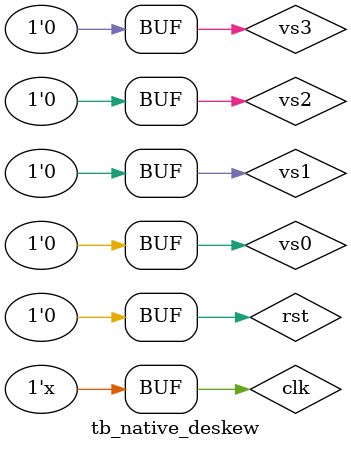
<source format=v>
`timescale 1ns / 1ps


module tb_native_deskew(

    );
    
    reg clk =0;
    reg rst = 0;
reg vs0,vs1,vs2,vs3; 
wire [3:0] vs_o;
wire [3:0] hs_o;
wire [3:0] de_o;

wire [31:0] r_o;
wire [31:0] g_o;
wire [31:0] b_o;

native_deskew
    #(.C_LANE_NUM(4), 
      .C_PORT_NUM(4))
    uut
(
.PCLK_I(clk),
.PRST_I(rst),
.VS_I(564547),
.HS_I(34252532),
.DE_I({vs3,vs2,vs1,vs0}),
.R_I(34252532),
.G_I(34252532),
.B_I(34252532),
.VS_O(vs_o),
.HS_O(hs_o),
.DE_O(de_o),
.R_O(r_o),
.G_O(g_o),
.B_O(b_o),
.SYS_CLK_I(clk),
.RESET_1TO7_O(RESET_1TO7_O)


);


always #5 clk = ~clk;

initial begin
    vs0 = 0;
    vs1 = 0;
    vs2 = 0;
    vs3 = 0;
    clk =0;
    rst =1;
    #500;
    rst =0;
    #500;
end 

initial begin
#2000;
vs0 = 1;
#2000;
vs0 = 0;

end

initial begin
#2000;
#20;
vs1 = 1;
#2000;
vs1 = 0;

end

initial begin
#2000;
#30;
vs2 = 1;
#2000;
vs2 = 0;

end

initial begin
#2000;
#20;
vs3 = 1;
#1990;
vs3 = 0;

end

    
endmodule





</source>
